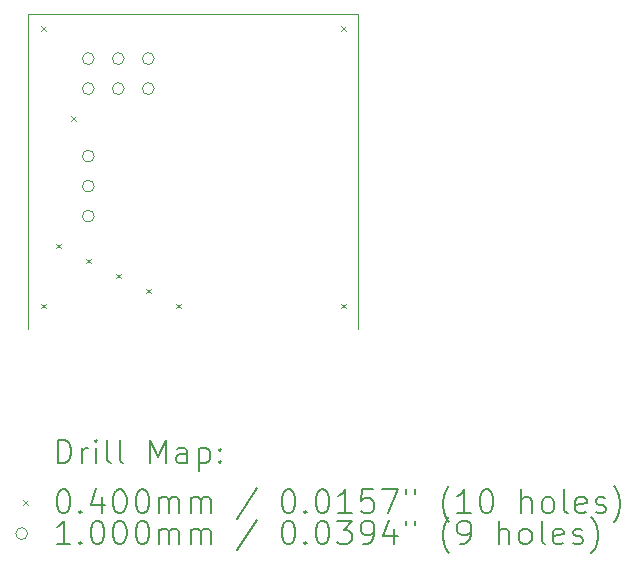
<source format=gbr>
%TF.GenerationSoftware,KiCad,Pcbnew,6.0.7-f9a2dced07~116~ubuntu22.04.1*%
%TF.CreationDate,2022-08-06T22:34:21-05:00*%
%TF.ProjectId,CricutISPCartridge,43726963-7574-4495-9350-436172747269,rev?*%
%TF.SameCoordinates,Original*%
%TF.FileFunction,Drillmap*%
%TF.FilePolarity,Positive*%
%FSLAX45Y45*%
G04 Gerber Fmt 4.5, Leading zero omitted, Abs format (unit mm)*
G04 Created by KiCad (PCBNEW 6.0.7-f9a2dced07~116~ubuntu22.04.1) date 2022-08-06 22:34:21*
%MOMM*%
%LPD*%
G01*
G04 APERTURE LIST*
%ADD10C,0.100000*%
%ADD11C,0.200000*%
%ADD12C,0.040000*%
G04 APERTURE END LIST*
D10*
X8509000Y-9144000D02*
X5715000Y-9144000D01*
X5715000Y-11811000D02*
X5715000Y-9144000D01*
X8509000Y-11811000D02*
X8509000Y-9144000D01*
D11*
D12*
X5822000Y-9251000D02*
X5862000Y-9291000D01*
X5862000Y-9251000D02*
X5822000Y-9291000D01*
X5822000Y-11600500D02*
X5862000Y-11640500D01*
X5862000Y-11600500D02*
X5822000Y-11640500D01*
X5949000Y-11092500D02*
X5989000Y-11132500D01*
X5989000Y-11092500D02*
X5949000Y-11132500D01*
X6076000Y-10013000D02*
X6116000Y-10053000D01*
X6116000Y-10013000D02*
X6076000Y-10053000D01*
X6203000Y-11219500D02*
X6243000Y-11259500D01*
X6243000Y-11219500D02*
X6203000Y-11259500D01*
X6457000Y-11346500D02*
X6497000Y-11386500D01*
X6497000Y-11346500D02*
X6457000Y-11386500D01*
X6711000Y-11473500D02*
X6751000Y-11513500D01*
X6751000Y-11473500D02*
X6711000Y-11513500D01*
X6965000Y-11600500D02*
X7005000Y-11640500D01*
X7005000Y-11600500D02*
X6965000Y-11640500D01*
X8362000Y-9251000D02*
X8402000Y-9291000D01*
X8402000Y-9251000D02*
X8362000Y-9291000D01*
X8362000Y-11600500D02*
X8402000Y-11640500D01*
X8402000Y-11600500D02*
X8362000Y-11640500D01*
D10*
X6273000Y-9525000D02*
G75*
G03*
X6273000Y-9525000I-50000J0D01*
G01*
X6273000Y-9779000D02*
G75*
G03*
X6273000Y-9779000I-50000J0D01*
G01*
X6273000Y-10350500D02*
G75*
G03*
X6273000Y-10350500I-50000J0D01*
G01*
X6273000Y-10604500D02*
G75*
G03*
X6273000Y-10604500I-50000J0D01*
G01*
X6273000Y-10858500D02*
G75*
G03*
X6273000Y-10858500I-50000J0D01*
G01*
X6527000Y-9525000D02*
G75*
G03*
X6527000Y-9525000I-50000J0D01*
G01*
X6527000Y-9779000D02*
G75*
G03*
X6527000Y-9779000I-50000J0D01*
G01*
X6781000Y-9525000D02*
G75*
G03*
X6781000Y-9525000I-50000J0D01*
G01*
X6781000Y-9779000D02*
G75*
G03*
X6781000Y-9779000I-50000J0D01*
G01*
D11*
X5966619Y-12952976D02*
X5966619Y-12752976D01*
X6014238Y-12752976D01*
X6042809Y-12762500D01*
X6061857Y-12781548D01*
X6071381Y-12800595D01*
X6080905Y-12838690D01*
X6080905Y-12867262D01*
X6071381Y-12905357D01*
X6061857Y-12924405D01*
X6042809Y-12943452D01*
X6014238Y-12952976D01*
X5966619Y-12952976D01*
X6166619Y-12952976D02*
X6166619Y-12819643D01*
X6166619Y-12857738D02*
X6176143Y-12838690D01*
X6185667Y-12829167D01*
X6204714Y-12819643D01*
X6223762Y-12819643D01*
X6290428Y-12952976D02*
X6290428Y-12819643D01*
X6290428Y-12752976D02*
X6280905Y-12762500D01*
X6290428Y-12772024D01*
X6299952Y-12762500D01*
X6290428Y-12752976D01*
X6290428Y-12772024D01*
X6414238Y-12952976D02*
X6395190Y-12943452D01*
X6385667Y-12924405D01*
X6385667Y-12752976D01*
X6519000Y-12952976D02*
X6499952Y-12943452D01*
X6490428Y-12924405D01*
X6490428Y-12752976D01*
X6747571Y-12952976D02*
X6747571Y-12752976D01*
X6814238Y-12895833D01*
X6880905Y-12752976D01*
X6880905Y-12952976D01*
X7061857Y-12952976D02*
X7061857Y-12848214D01*
X7052333Y-12829167D01*
X7033286Y-12819643D01*
X6995190Y-12819643D01*
X6976143Y-12829167D01*
X7061857Y-12943452D02*
X7042809Y-12952976D01*
X6995190Y-12952976D01*
X6976143Y-12943452D01*
X6966619Y-12924405D01*
X6966619Y-12905357D01*
X6976143Y-12886309D01*
X6995190Y-12876786D01*
X7042809Y-12876786D01*
X7061857Y-12867262D01*
X7157095Y-12819643D02*
X7157095Y-13019643D01*
X7157095Y-12829167D02*
X7176143Y-12819643D01*
X7214238Y-12819643D01*
X7233286Y-12829167D01*
X7242809Y-12838690D01*
X7252333Y-12857738D01*
X7252333Y-12914881D01*
X7242809Y-12933928D01*
X7233286Y-12943452D01*
X7214238Y-12952976D01*
X7176143Y-12952976D01*
X7157095Y-12943452D01*
X7338048Y-12933928D02*
X7347571Y-12943452D01*
X7338048Y-12952976D01*
X7328524Y-12943452D01*
X7338048Y-12933928D01*
X7338048Y-12952976D01*
X7338048Y-12829167D02*
X7347571Y-12838690D01*
X7338048Y-12848214D01*
X7328524Y-12838690D01*
X7338048Y-12829167D01*
X7338048Y-12848214D01*
D12*
X5669000Y-13262500D02*
X5709000Y-13302500D01*
X5709000Y-13262500D02*
X5669000Y-13302500D01*
D11*
X6004714Y-13172976D02*
X6023762Y-13172976D01*
X6042809Y-13182500D01*
X6052333Y-13192024D01*
X6061857Y-13211071D01*
X6071381Y-13249167D01*
X6071381Y-13296786D01*
X6061857Y-13334881D01*
X6052333Y-13353928D01*
X6042809Y-13363452D01*
X6023762Y-13372976D01*
X6004714Y-13372976D01*
X5985667Y-13363452D01*
X5976143Y-13353928D01*
X5966619Y-13334881D01*
X5957095Y-13296786D01*
X5957095Y-13249167D01*
X5966619Y-13211071D01*
X5976143Y-13192024D01*
X5985667Y-13182500D01*
X6004714Y-13172976D01*
X6157095Y-13353928D02*
X6166619Y-13363452D01*
X6157095Y-13372976D01*
X6147571Y-13363452D01*
X6157095Y-13353928D01*
X6157095Y-13372976D01*
X6338048Y-13239643D02*
X6338048Y-13372976D01*
X6290428Y-13163452D02*
X6242809Y-13306309D01*
X6366619Y-13306309D01*
X6480905Y-13172976D02*
X6499952Y-13172976D01*
X6519000Y-13182500D01*
X6528524Y-13192024D01*
X6538048Y-13211071D01*
X6547571Y-13249167D01*
X6547571Y-13296786D01*
X6538048Y-13334881D01*
X6528524Y-13353928D01*
X6519000Y-13363452D01*
X6499952Y-13372976D01*
X6480905Y-13372976D01*
X6461857Y-13363452D01*
X6452333Y-13353928D01*
X6442809Y-13334881D01*
X6433286Y-13296786D01*
X6433286Y-13249167D01*
X6442809Y-13211071D01*
X6452333Y-13192024D01*
X6461857Y-13182500D01*
X6480905Y-13172976D01*
X6671381Y-13172976D02*
X6690428Y-13172976D01*
X6709476Y-13182500D01*
X6719000Y-13192024D01*
X6728524Y-13211071D01*
X6738048Y-13249167D01*
X6738048Y-13296786D01*
X6728524Y-13334881D01*
X6719000Y-13353928D01*
X6709476Y-13363452D01*
X6690428Y-13372976D01*
X6671381Y-13372976D01*
X6652333Y-13363452D01*
X6642809Y-13353928D01*
X6633286Y-13334881D01*
X6623762Y-13296786D01*
X6623762Y-13249167D01*
X6633286Y-13211071D01*
X6642809Y-13192024D01*
X6652333Y-13182500D01*
X6671381Y-13172976D01*
X6823762Y-13372976D02*
X6823762Y-13239643D01*
X6823762Y-13258690D02*
X6833286Y-13249167D01*
X6852333Y-13239643D01*
X6880905Y-13239643D01*
X6899952Y-13249167D01*
X6909476Y-13268214D01*
X6909476Y-13372976D01*
X6909476Y-13268214D02*
X6919000Y-13249167D01*
X6938048Y-13239643D01*
X6966619Y-13239643D01*
X6985667Y-13249167D01*
X6995190Y-13268214D01*
X6995190Y-13372976D01*
X7090428Y-13372976D02*
X7090428Y-13239643D01*
X7090428Y-13258690D02*
X7099952Y-13249167D01*
X7119000Y-13239643D01*
X7147571Y-13239643D01*
X7166619Y-13249167D01*
X7176143Y-13268214D01*
X7176143Y-13372976D01*
X7176143Y-13268214D02*
X7185667Y-13249167D01*
X7204714Y-13239643D01*
X7233286Y-13239643D01*
X7252333Y-13249167D01*
X7261857Y-13268214D01*
X7261857Y-13372976D01*
X7652333Y-13163452D02*
X7480905Y-13420595D01*
X7909476Y-13172976D02*
X7928524Y-13172976D01*
X7947571Y-13182500D01*
X7957095Y-13192024D01*
X7966619Y-13211071D01*
X7976143Y-13249167D01*
X7976143Y-13296786D01*
X7966619Y-13334881D01*
X7957095Y-13353928D01*
X7947571Y-13363452D01*
X7928524Y-13372976D01*
X7909476Y-13372976D01*
X7890428Y-13363452D01*
X7880905Y-13353928D01*
X7871381Y-13334881D01*
X7861857Y-13296786D01*
X7861857Y-13249167D01*
X7871381Y-13211071D01*
X7880905Y-13192024D01*
X7890428Y-13182500D01*
X7909476Y-13172976D01*
X8061857Y-13353928D02*
X8071381Y-13363452D01*
X8061857Y-13372976D01*
X8052333Y-13363452D01*
X8061857Y-13353928D01*
X8061857Y-13372976D01*
X8195190Y-13172976D02*
X8214238Y-13172976D01*
X8233286Y-13182500D01*
X8242809Y-13192024D01*
X8252333Y-13211071D01*
X8261857Y-13249167D01*
X8261857Y-13296786D01*
X8252333Y-13334881D01*
X8242809Y-13353928D01*
X8233286Y-13363452D01*
X8214238Y-13372976D01*
X8195190Y-13372976D01*
X8176143Y-13363452D01*
X8166619Y-13353928D01*
X8157095Y-13334881D01*
X8147571Y-13296786D01*
X8147571Y-13249167D01*
X8157095Y-13211071D01*
X8166619Y-13192024D01*
X8176143Y-13182500D01*
X8195190Y-13172976D01*
X8452333Y-13372976D02*
X8338048Y-13372976D01*
X8395190Y-13372976D02*
X8395190Y-13172976D01*
X8376143Y-13201548D01*
X8357095Y-13220595D01*
X8338048Y-13230119D01*
X8633286Y-13172976D02*
X8538048Y-13172976D01*
X8528524Y-13268214D01*
X8538048Y-13258690D01*
X8557095Y-13249167D01*
X8604714Y-13249167D01*
X8623762Y-13258690D01*
X8633286Y-13268214D01*
X8642810Y-13287262D01*
X8642810Y-13334881D01*
X8633286Y-13353928D01*
X8623762Y-13363452D01*
X8604714Y-13372976D01*
X8557095Y-13372976D01*
X8538048Y-13363452D01*
X8528524Y-13353928D01*
X8709476Y-13172976D02*
X8842810Y-13172976D01*
X8757095Y-13372976D01*
X8909476Y-13172976D02*
X8909476Y-13211071D01*
X8985667Y-13172976D02*
X8985667Y-13211071D01*
X9280905Y-13449167D02*
X9271381Y-13439643D01*
X9252333Y-13411071D01*
X9242810Y-13392024D01*
X9233286Y-13363452D01*
X9223762Y-13315833D01*
X9223762Y-13277738D01*
X9233286Y-13230119D01*
X9242810Y-13201548D01*
X9252333Y-13182500D01*
X9271381Y-13153928D01*
X9280905Y-13144405D01*
X9461857Y-13372976D02*
X9347571Y-13372976D01*
X9404714Y-13372976D02*
X9404714Y-13172976D01*
X9385667Y-13201548D01*
X9366619Y-13220595D01*
X9347571Y-13230119D01*
X9585667Y-13172976D02*
X9604714Y-13172976D01*
X9623762Y-13182500D01*
X9633286Y-13192024D01*
X9642810Y-13211071D01*
X9652333Y-13249167D01*
X9652333Y-13296786D01*
X9642810Y-13334881D01*
X9633286Y-13353928D01*
X9623762Y-13363452D01*
X9604714Y-13372976D01*
X9585667Y-13372976D01*
X9566619Y-13363452D01*
X9557095Y-13353928D01*
X9547571Y-13334881D01*
X9538048Y-13296786D01*
X9538048Y-13249167D01*
X9547571Y-13211071D01*
X9557095Y-13192024D01*
X9566619Y-13182500D01*
X9585667Y-13172976D01*
X9890429Y-13372976D02*
X9890429Y-13172976D01*
X9976143Y-13372976D02*
X9976143Y-13268214D01*
X9966619Y-13249167D01*
X9947571Y-13239643D01*
X9919000Y-13239643D01*
X9899952Y-13249167D01*
X9890429Y-13258690D01*
X10099952Y-13372976D02*
X10080905Y-13363452D01*
X10071381Y-13353928D01*
X10061857Y-13334881D01*
X10061857Y-13277738D01*
X10071381Y-13258690D01*
X10080905Y-13249167D01*
X10099952Y-13239643D01*
X10128524Y-13239643D01*
X10147571Y-13249167D01*
X10157095Y-13258690D01*
X10166619Y-13277738D01*
X10166619Y-13334881D01*
X10157095Y-13353928D01*
X10147571Y-13363452D01*
X10128524Y-13372976D01*
X10099952Y-13372976D01*
X10280905Y-13372976D02*
X10261857Y-13363452D01*
X10252333Y-13344405D01*
X10252333Y-13172976D01*
X10433286Y-13363452D02*
X10414238Y-13372976D01*
X10376143Y-13372976D01*
X10357095Y-13363452D01*
X10347571Y-13344405D01*
X10347571Y-13268214D01*
X10357095Y-13249167D01*
X10376143Y-13239643D01*
X10414238Y-13239643D01*
X10433286Y-13249167D01*
X10442810Y-13268214D01*
X10442810Y-13287262D01*
X10347571Y-13306309D01*
X10519000Y-13363452D02*
X10538048Y-13372976D01*
X10576143Y-13372976D01*
X10595190Y-13363452D01*
X10604714Y-13344405D01*
X10604714Y-13334881D01*
X10595190Y-13315833D01*
X10576143Y-13306309D01*
X10547571Y-13306309D01*
X10528524Y-13296786D01*
X10519000Y-13277738D01*
X10519000Y-13268214D01*
X10528524Y-13249167D01*
X10547571Y-13239643D01*
X10576143Y-13239643D01*
X10595190Y-13249167D01*
X10671381Y-13449167D02*
X10680905Y-13439643D01*
X10699952Y-13411071D01*
X10709476Y-13392024D01*
X10719000Y-13363452D01*
X10728524Y-13315833D01*
X10728524Y-13277738D01*
X10719000Y-13230119D01*
X10709476Y-13201548D01*
X10699952Y-13182500D01*
X10680905Y-13153928D01*
X10671381Y-13144405D01*
D10*
X5709000Y-13546500D02*
G75*
G03*
X5709000Y-13546500I-50000J0D01*
G01*
D11*
X6071381Y-13636976D02*
X5957095Y-13636976D01*
X6014238Y-13636976D02*
X6014238Y-13436976D01*
X5995190Y-13465548D01*
X5976143Y-13484595D01*
X5957095Y-13494119D01*
X6157095Y-13617928D02*
X6166619Y-13627452D01*
X6157095Y-13636976D01*
X6147571Y-13627452D01*
X6157095Y-13617928D01*
X6157095Y-13636976D01*
X6290428Y-13436976D02*
X6309476Y-13436976D01*
X6328524Y-13446500D01*
X6338048Y-13456024D01*
X6347571Y-13475071D01*
X6357095Y-13513167D01*
X6357095Y-13560786D01*
X6347571Y-13598881D01*
X6338048Y-13617928D01*
X6328524Y-13627452D01*
X6309476Y-13636976D01*
X6290428Y-13636976D01*
X6271381Y-13627452D01*
X6261857Y-13617928D01*
X6252333Y-13598881D01*
X6242809Y-13560786D01*
X6242809Y-13513167D01*
X6252333Y-13475071D01*
X6261857Y-13456024D01*
X6271381Y-13446500D01*
X6290428Y-13436976D01*
X6480905Y-13436976D02*
X6499952Y-13436976D01*
X6519000Y-13446500D01*
X6528524Y-13456024D01*
X6538048Y-13475071D01*
X6547571Y-13513167D01*
X6547571Y-13560786D01*
X6538048Y-13598881D01*
X6528524Y-13617928D01*
X6519000Y-13627452D01*
X6499952Y-13636976D01*
X6480905Y-13636976D01*
X6461857Y-13627452D01*
X6452333Y-13617928D01*
X6442809Y-13598881D01*
X6433286Y-13560786D01*
X6433286Y-13513167D01*
X6442809Y-13475071D01*
X6452333Y-13456024D01*
X6461857Y-13446500D01*
X6480905Y-13436976D01*
X6671381Y-13436976D02*
X6690428Y-13436976D01*
X6709476Y-13446500D01*
X6719000Y-13456024D01*
X6728524Y-13475071D01*
X6738048Y-13513167D01*
X6738048Y-13560786D01*
X6728524Y-13598881D01*
X6719000Y-13617928D01*
X6709476Y-13627452D01*
X6690428Y-13636976D01*
X6671381Y-13636976D01*
X6652333Y-13627452D01*
X6642809Y-13617928D01*
X6633286Y-13598881D01*
X6623762Y-13560786D01*
X6623762Y-13513167D01*
X6633286Y-13475071D01*
X6642809Y-13456024D01*
X6652333Y-13446500D01*
X6671381Y-13436976D01*
X6823762Y-13636976D02*
X6823762Y-13503643D01*
X6823762Y-13522690D02*
X6833286Y-13513167D01*
X6852333Y-13503643D01*
X6880905Y-13503643D01*
X6899952Y-13513167D01*
X6909476Y-13532214D01*
X6909476Y-13636976D01*
X6909476Y-13532214D02*
X6919000Y-13513167D01*
X6938048Y-13503643D01*
X6966619Y-13503643D01*
X6985667Y-13513167D01*
X6995190Y-13532214D01*
X6995190Y-13636976D01*
X7090428Y-13636976D02*
X7090428Y-13503643D01*
X7090428Y-13522690D02*
X7099952Y-13513167D01*
X7119000Y-13503643D01*
X7147571Y-13503643D01*
X7166619Y-13513167D01*
X7176143Y-13532214D01*
X7176143Y-13636976D01*
X7176143Y-13532214D02*
X7185667Y-13513167D01*
X7204714Y-13503643D01*
X7233286Y-13503643D01*
X7252333Y-13513167D01*
X7261857Y-13532214D01*
X7261857Y-13636976D01*
X7652333Y-13427452D02*
X7480905Y-13684595D01*
X7909476Y-13436976D02*
X7928524Y-13436976D01*
X7947571Y-13446500D01*
X7957095Y-13456024D01*
X7966619Y-13475071D01*
X7976143Y-13513167D01*
X7976143Y-13560786D01*
X7966619Y-13598881D01*
X7957095Y-13617928D01*
X7947571Y-13627452D01*
X7928524Y-13636976D01*
X7909476Y-13636976D01*
X7890428Y-13627452D01*
X7880905Y-13617928D01*
X7871381Y-13598881D01*
X7861857Y-13560786D01*
X7861857Y-13513167D01*
X7871381Y-13475071D01*
X7880905Y-13456024D01*
X7890428Y-13446500D01*
X7909476Y-13436976D01*
X8061857Y-13617928D02*
X8071381Y-13627452D01*
X8061857Y-13636976D01*
X8052333Y-13627452D01*
X8061857Y-13617928D01*
X8061857Y-13636976D01*
X8195190Y-13436976D02*
X8214238Y-13436976D01*
X8233286Y-13446500D01*
X8242809Y-13456024D01*
X8252333Y-13475071D01*
X8261857Y-13513167D01*
X8261857Y-13560786D01*
X8252333Y-13598881D01*
X8242809Y-13617928D01*
X8233286Y-13627452D01*
X8214238Y-13636976D01*
X8195190Y-13636976D01*
X8176143Y-13627452D01*
X8166619Y-13617928D01*
X8157095Y-13598881D01*
X8147571Y-13560786D01*
X8147571Y-13513167D01*
X8157095Y-13475071D01*
X8166619Y-13456024D01*
X8176143Y-13446500D01*
X8195190Y-13436976D01*
X8328524Y-13436976D02*
X8452333Y-13436976D01*
X8385667Y-13513167D01*
X8414238Y-13513167D01*
X8433286Y-13522690D01*
X8442810Y-13532214D01*
X8452333Y-13551262D01*
X8452333Y-13598881D01*
X8442810Y-13617928D01*
X8433286Y-13627452D01*
X8414238Y-13636976D01*
X8357095Y-13636976D01*
X8338048Y-13627452D01*
X8328524Y-13617928D01*
X8547571Y-13636976D02*
X8585667Y-13636976D01*
X8604714Y-13627452D01*
X8614238Y-13617928D01*
X8633286Y-13589357D01*
X8642810Y-13551262D01*
X8642810Y-13475071D01*
X8633286Y-13456024D01*
X8623762Y-13446500D01*
X8604714Y-13436976D01*
X8566619Y-13436976D01*
X8547571Y-13446500D01*
X8538048Y-13456024D01*
X8528524Y-13475071D01*
X8528524Y-13522690D01*
X8538048Y-13541738D01*
X8547571Y-13551262D01*
X8566619Y-13560786D01*
X8604714Y-13560786D01*
X8623762Y-13551262D01*
X8633286Y-13541738D01*
X8642810Y-13522690D01*
X8814238Y-13503643D02*
X8814238Y-13636976D01*
X8766619Y-13427452D02*
X8719000Y-13570309D01*
X8842810Y-13570309D01*
X8909476Y-13436976D02*
X8909476Y-13475071D01*
X8985667Y-13436976D02*
X8985667Y-13475071D01*
X9280905Y-13713167D02*
X9271381Y-13703643D01*
X9252333Y-13675071D01*
X9242810Y-13656024D01*
X9233286Y-13627452D01*
X9223762Y-13579833D01*
X9223762Y-13541738D01*
X9233286Y-13494119D01*
X9242810Y-13465548D01*
X9252333Y-13446500D01*
X9271381Y-13417928D01*
X9280905Y-13408405D01*
X9366619Y-13636976D02*
X9404714Y-13636976D01*
X9423762Y-13627452D01*
X9433286Y-13617928D01*
X9452333Y-13589357D01*
X9461857Y-13551262D01*
X9461857Y-13475071D01*
X9452333Y-13456024D01*
X9442810Y-13446500D01*
X9423762Y-13436976D01*
X9385667Y-13436976D01*
X9366619Y-13446500D01*
X9357095Y-13456024D01*
X9347571Y-13475071D01*
X9347571Y-13522690D01*
X9357095Y-13541738D01*
X9366619Y-13551262D01*
X9385667Y-13560786D01*
X9423762Y-13560786D01*
X9442810Y-13551262D01*
X9452333Y-13541738D01*
X9461857Y-13522690D01*
X9699952Y-13636976D02*
X9699952Y-13436976D01*
X9785667Y-13636976D02*
X9785667Y-13532214D01*
X9776143Y-13513167D01*
X9757095Y-13503643D01*
X9728524Y-13503643D01*
X9709476Y-13513167D01*
X9699952Y-13522690D01*
X9909476Y-13636976D02*
X9890429Y-13627452D01*
X9880905Y-13617928D01*
X9871381Y-13598881D01*
X9871381Y-13541738D01*
X9880905Y-13522690D01*
X9890429Y-13513167D01*
X9909476Y-13503643D01*
X9938048Y-13503643D01*
X9957095Y-13513167D01*
X9966619Y-13522690D01*
X9976143Y-13541738D01*
X9976143Y-13598881D01*
X9966619Y-13617928D01*
X9957095Y-13627452D01*
X9938048Y-13636976D01*
X9909476Y-13636976D01*
X10090429Y-13636976D02*
X10071381Y-13627452D01*
X10061857Y-13608405D01*
X10061857Y-13436976D01*
X10242810Y-13627452D02*
X10223762Y-13636976D01*
X10185667Y-13636976D01*
X10166619Y-13627452D01*
X10157095Y-13608405D01*
X10157095Y-13532214D01*
X10166619Y-13513167D01*
X10185667Y-13503643D01*
X10223762Y-13503643D01*
X10242810Y-13513167D01*
X10252333Y-13532214D01*
X10252333Y-13551262D01*
X10157095Y-13570309D01*
X10328524Y-13627452D02*
X10347571Y-13636976D01*
X10385667Y-13636976D01*
X10404714Y-13627452D01*
X10414238Y-13608405D01*
X10414238Y-13598881D01*
X10404714Y-13579833D01*
X10385667Y-13570309D01*
X10357095Y-13570309D01*
X10338048Y-13560786D01*
X10328524Y-13541738D01*
X10328524Y-13532214D01*
X10338048Y-13513167D01*
X10357095Y-13503643D01*
X10385667Y-13503643D01*
X10404714Y-13513167D01*
X10480905Y-13713167D02*
X10490429Y-13703643D01*
X10509476Y-13675071D01*
X10519000Y-13656024D01*
X10528524Y-13627452D01*
X10538048Y-13579833D01*
X10538048Y-13541738D01*
X10528524Y-13494119D01*
X10519000Y-13465548D01*
X10509476Y-13446500D01*
X10490429Y-13417928D01*
X10480905Y-13408405D01*
M02*

</source>
